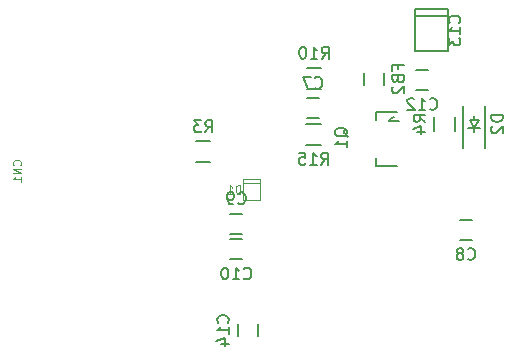
<source format=gbo>
G04 #@! TF.FileFunction,Legend,Bot*
%FSLAX46Y46*%
G04 Gerber Fmt 4.6, Leading zero omitted, Abs format (unit mm)*
G04 Created by KiCad (PCBNEW 4.0.2-4+6225~38~ubuntu14.04.1-stable) date Tue 19 Apr 2016 03:22:28 PM EDT*
%MOMM*%
G01*
G04 APERTURE LIST*
%ADD10C,0.100000*%
%ADD11C,0.150000*%
G04 APERTURE END LIST*
D10*
D11*
X31359000Y-23651000D02*
X32359000Y-23651000D01*
X32359000Y-25351000D02*
X31359000Y-25351000D01*
D10*
X27353040Y-30858620D02*
X25950960Y-30858620D01*
X27353040Y-30459840D02*
X27353040Y-32258160D01*
X27353040Y-32258160D02*
X25950960Y-32258160D01*
X25950960Y-32258160D02*
X25950960Y-30459840D01*
X25950960Y-30459840D02*
X27353040Y-30459840D01*
D11*
X31386000Y-22836000D02*
X32586000Y-22836000D01*
X32586000Y-21086000D02*
X31386000Y-21086000D01*
X32522500Y-25848500D02*
X31322500Y-25848500D01*
X31322500Y-27598500D02*
X32522500Y-27598500D01*
X45313000Y-35638000D02*
X44313000Y-35638000D01*
X44313000Y-33938000D02*
X45313000Y-33938000D01*
X24882000Y-33430000D02*
X25882000Y-33430000D01*
X25882000Y-35130000D02*
X24882000Y-35130000D01*
X25882000Y-37289000D02*
X24882000Y-37289000D01*
X24882000Y-35589000D02*
X25882000Y-35589000D01*
X41630000Y-22938000D02*
X40630000Y-22938000D01*
X40630000Y-21238000D02*
X41630000Y-21238000D01*
X37865200Y-21537200D02*
X37865200Y-22537200D01*
X36165200Y-22537200D02*
X36165200Y-21537200D01*
X43339800Y-16715900D02*
X40545800Y-16715900D01*
X43339800Y-16144400D02*
X43339800Y-19700400D01*
X43339800Y-19700400D02*
X40545800Y-19700400D01*
X40545800Y-19700400D02*
X40545800Y-16144400D01*
X40545800Y-16144400D02*
X43339800Y-16144400D01*
X21988000Y-29059000D02*
X23188000Y-29059000D01*
X23188000Y-27309000D02*
X21988000Y-27309000D01*
X25548000Y-43797000D02*
X25548000Y-42797000D01*
X27248000Y-42797000D02*
X27248000Y-43797000D01*
X45511500Y-25517000D02*
X45511500Y-25136000D01*
X45511500Y-26533000D02*
X45511500Y-26152000D01*
X45511500Y-26152000D02*
X45892500Y-25517000D01*
X45892500Y-25517000D02*
X45130500Y-25517000D01*
X45130500Y-25517000D02*
X45511500Y-26152000D01*
X46019500Y-26152000D02*
X45003500Y-26152000D01*
X44611500Y-27834500D02*
X44611500Y-24294500D01*
X46411500Y-27834500D02*
X46411500Y-24294500D01*
X38727160Y-25204580D02*
X38427440Y-25453500D01*
X38427440Y-25453500D02*
X38277580Y-25555100D01*
X38277580Y-25555100D02*
X39125940Y-25555100D01*
X37226020Y-24854060D02*
X39026880Y-24854060D01*
X37226020Y-24854060D02*
X37226020Y-25504300D01*
X37226020Y-29354940D02*
X39026880Y-29354940D01*
X37226020Y-29354940D02*
X37226020Y-28704700D01*
X43910000Y-26434500D02*
X43910000Y-25234500D01*
X42160000Y-25234500D02*
X42160000Y-26434500D01*
X32025666Y-22758143D02*
X32073285Y-22805762D01*
X32216142Y-22853381D01*
X32311380Y-22853381D01*
X32454238Y-22805762D01*
X32549476Y-22710524D01*
X32597095Y-22615286D01*
X32644714Y-22424810D01*
X32644714Y-22281952D01*
X32597095Y-22091476D01*
X32549476Y-21996238D01*
X32454238Y-21901000D01*
X32311380Y-21853381D01*
X32216142Y-21853381D01*
X32073285Y-21901000D01*
X32025666Y-21948619D01*
X31692333Y-21853381D02*
X31025666Y-21853381D01*
X31454238Y-22853381D01*
D10*
X7100000Y-29316667D02*
X7133333Y-29283333D01*
X7166667Y-29183333D01*
X7166667Y-29116667D01*
X7133333Y-29016667D01*
X7066667Y-28950000D01*
X7000000Y-28916667D01*
X6866667Y-28883333D01*
X6766667Y-28883333D01*
X6633333Y-28916667D01*
X6566667Y-28950000D01*
X6500000Y-29016667D01*
X6466667Y-29116667D01*
X6466667Y-29183333D01*
X6500000Y-29283333D01*
X6533333Y-29316667D01*
X7166667Y-29616667D02*
X6466667Y-29616667D01*
X7166667Y-30016667D01*
X6466667Y-30016667D01*
X7166667Y-30716666D02*
X7166667Y-30316666D01*
X7166667Y-30516666D02*
X6466667Y-30516666D01*
X6566667Y-30450000D01*
X6633333Y-30383333D01*
X6666667Y-30316666D01*
X25718666Y-31725667D02*
X25718666Y-31025667D01*
X25552000Y-31025667D01*
X25452000Y-31059000D01*
X25385333Y-31125667D01*
X25352000Y-31192333D01*
X25318666Y-31325667D01*
X25318666Y-31425667D01*
X25352000Y-31559000D01*
X25385333Y-31625667D01*
X25452000Y-31692333D01*
X25552000Y-31725667D01*
X25718666Y-31725667D01*
X24652000Y-31725667D02*
X25052000Y-31725667D01*
X24852000Y-31725667D02*
X24852000Y-31025667D01*
X24918666Y-31125667D01*
X24985333Y-31192333D01*
X25052000Y-31225667D01*
D11*
X32628857Y-20313381D02*
X32962191Y-19837190D01*
X33200286Y-20313381D02*
X33200286Y-19313381D01*
X32819333Y-19313381D01*
X32724095Y-19361000D01*
X32676476Y-19408619D01*
X32628857Y-19503857D01*
X32628857Y-19646714D01*
X32676476Y-19741952D01*
X32724095Y-19789571D01*
X32819333Y-19837190D01*
X33200286Y-19837190D01*
X31676476Y-20313381D02*
X32247905Y-20313381D01*
X31962191Y-20313381D02*
X31962191Y-19313381D01*
X32057429Y-19456238D01*
X32152667Y-19551476D01*
X32247905Y-19599095D01*
X31057429Y-19313381D02*
X30962190Y-19313381D01*
X30866952Y-19361000D01*
X30819333Y-19408619D01*
X30771714Y-19503857D01*
X30724095Y-19694333D01*
X30724095Y-19932429D01*
X30771714Y-20122905D01*
X30819333Y-20218143D01*
X30866952Y-20265762D01*
X30962190Y-20313381D01*
X31057429Y-20313381D01*
X31152667Y-20265762D01*
X31200286Y-20218143D01*
X31247905Y-20122905D01*
X31295524Y-19932429D01*
X31295524Y-19694333D01*
X31247905Y-19503857D01*
X31200286Y-19408619D01*
X31152667Y-19361000D01*
X31057429Y-19313381D01*
X32565357Y-29275881D02*
X32898691Y-28799690D01*
X33136786Y-29275881D02*
X33136786Y-28275881D01*
X32755833Y-28275881D01*
X32660595Y-28323500D01*
X32612976Y-28371119D01*
X32565357Y-28466357D01*
X32565357Y-28609214D01*
X32612976Y-28704452D01*
X32660595Y-28752071D01*
X32755833Y-28799690D01*
X33136786Y-28799690D01*
X31612976Y-29275881D02*
X32184405Y-29275881D01*
X31898691Y-29275881D02*
X31898691Y-28275881D01*
X31993929Y-28418738D01*
X32089167Y-28513976D01*
X32184405Y-28561595D01*
X30708214Y-28275881D02*
X31184405Y-28275881D01*
X31232024Y-28752071D01*
X31184405Y-28704452D01*
X31089167Y-28656833D01*
X30851071Y-28656833D01*
X30755833Y-28704452D01*
X30708214Y-28752071D01*
X30660595Y-28847310D01*
X30660595Y-29085405D01*
X30708214Y-29180643D01*
X30755833Y-29228262D01*
X30851071Y-29275881D01*
X31089167Y-29275881D01*
X31184405Y-29228262D01*
X31232024Y-29180643D01*
X44979666Y-37245143D02*
X45027285Y-37292762D01*
X45170142Y-37340381D01*
X45265380Y-37340381D01*
X45408238Y-37292762D01*
X45503476Y-37197524D01*
X45551095Y-37102286D01*
X45598714Y-36911810D01*
X45598714Y-36768952D01*
X45551095Y-36578476D01*
X45503476Y-36483238D01*
X45408238Y-36388000D01*
X45265380Y-36340381D01*
X45170142Y-36340381D01*
X45027285Y-36388000D01*
X44979666Y-36435619D01*
X44408238Y-36768952D02*
X44503476Y-36721333D01*
X44551095Y-36673714D01*
X44598714Y-36578476D01*
X44598714Y-36530857D01*
X44551095Y-36435619D01*
X44503476Y-36388000D01*
X44408238Y-36340381D01*
X44217761Y-36340381D01*
X44122523Y-36388000D01*
X44074904Y-36435619D01*
X44027285Y-36530857D01*
X44027285Y-36578476D01*
X44074904Y-36673714D01*
X44122523Y-36721333D01*
X44217761Y-36768952D01*
X44408238Y-36768952D01*
X44503476Y-36816571D01*
X44551095Y-36864190D01*
X44598714Y-36959429D01*
X44598714Y-37149905D01*
X44551095Y-37245143D01*
X44503476Y-37292762D01*
X44408238Y-37340381D01*
X44217761Y-37340381D01*
X44122523Y-37292762D01*
X44074904Y-37245143D01*
X44027285Y-37149905D01*
X44027285Y-36959429D01*
X44074904Y-36864190D01*
X44122523Y-36816571D01*
X44217761Y-36768952D01*
X25548666Y-32537143D02*
X25596285Y-32584762D01*
X25739142Y-32632381D01*
X25834380Y-32632381D01*
X25977238Y-32584762D01*
X26072476Y-32489524D01*
X26120095Y-32394286D01*
X26167714Y-32203810D01*
X26167714Y-32060952D01*
X26120095Y-31870476D01*
X26072476Y-31775238D01*
X25977238Y-31680000D01*
X25834380Y-31632381D01*
X25739142Y-31632381D01*
X25596285Y-31680000D01*
X25548666Y-31727619D01*
X25072476Y-32632381D02*
X24882000Y-32632381D01*
X24786761Y-32584762D01*
X24739142Y-32537143D01*
X24643904Y-32394286D01*
X24596285Y-32203810D01*
X24596285Y-31822857D01*
X24643904Y-31727619D01*
X24691523Y-31680000D01*
X24786761Y-31632381D01*
X24977238Y-31632381D01*
X25072476Y-31680000D01*
X25120095Y-31727619D01*
X25167714Y-31822857D01*
X25167714Y-32060952D01*
X25120095Y-32156190D01*
X25072476Y-32203810D01*
X24977238Y-32251429D01*
X24786761Y-32251429D01*
X24691523Y-32203810D01*
X24643904Y-32156190D01*
X24596285Y-32060952D01*
X26024857Y-38896143D02*
X26072476Y-38943762D01*
X26215333Y-38991381D01*
X26310571Y-38991381D01*
X26453429Y-38943762D01*
X26548667Y-38848524D01*
X26596286Y-38753286D01*
X26643905Y-38562810D01*
X26643905Y-38419952D01*
X26596286Y-38229476D01*
X26548667Y-38134238D01*
X26453429Y-38039000D01*
X26310571Y-37991381D01*
X26215333Y-37991381D01*
X26072476Y-38039000D01*
X26024857Y-38086619D01*
X25072476Y-38991381D02*
X25643905Y-38991381D01*
X25358191Y-38991381D02*
X25358191Y-37991381D01*
X25453429Y-38134238D01*
X25548667Y-38229476D01*
X25643905Y-38277095D01*
X24453429Y-37991381D02*
X24358190Y-37991381D01*
X24262952Y-38039000D01*
X24215333Y-38086619D01*
X24167714Y-38181857D01*
X24120095Y-38372333D01*
X24120095Y-38610429D01*
X24167714Y-38800905D01*
X24215333Y-38896143D01*
X24262952Y-38943762D01*
X24358190Y-38991381D01*
X24453429Y-38991381D01*
X24548667Y-38943762D01*
X24596286Y-38896143D01*
X24643905Y-38800905D01*
X24691524Y-38610429D01*
X24691524Y-38372333D01*
X24643905Y-38181857D01*
X24596286Y-38086619D01*
X24548667Y-38039000D01*
X24453429Y-37991381D01*
X41772857Y-24545143D02*
X41820476Y-24592762D01*
X41963333Y-24640381D01*
X42058571Y-24640381D01*
X42201429Y-24592762D01*
X42296667Y-24497524D01*
X42344286Y-24402286D01*
X42391905Y-24211810D01*
X42391905Y-24068952D01*
X42344286Y-23878476D01*
X42296667Y-23783238D01*
X42201429Y-23688000D01*
X42058571Y-23640381D01*
X41963333Y-23640381D01*
X41820476Y-23688000D01*
X41772857Y-23735619D01*
X40820476Y-24640381D02*
X41391905Y-24640381D01*
X41106191Y-24640381D02*
X41106191Y-23640381D01*
X41201429Y-23783238D01*
X41296667Y-23878476D01*
X41391905Y-23926095D01*
X40439524Y-23735619D02*
X40391905Y-23688000D01*
X40296667Y-23640381D01*
X40058571Y-23640381D01*
X39963333Y-23688000D01*
X39915714Y-23735619D01*
X39868095Y-23830857D01*
X39868095Y-23926095D01*
X39915714Y-24068952D01*
X40487143Y-24640381D01*
X39868095Y-24640381D01*
X39043771Y-21203867D02*
X39043771Y-20870533D01*
X39567581Y-20870533D02*
X38567581Y-20870533D01*
X38567581Y-21346724D01*
X39043771Y-22061010D02*
X39091390Y-22203867D01*
X39139010Y-22251486D01*
X39234248Y-22299105D01*
X39377105Y-22299105D01*
X39472343Y-22251486D01*
X39519962Y-22203867D01*
X39567581Y-22108629D01*
X39567581Y-21727676D01*
X38567581Y-21727676D01*
X38567581Y-22061010D01*
X38615200Y-22156248D01*
X38662819Y-22203867D01*
X38758057Y-22251486D01*
X38853295Y-22251486D01*
X38948533Y-22203867D01*
X38996152Y-22156248D01*
X39043771Y-22061010D01*
X39043771Y-21727676D01*
X38662819Y-22680057D02*
X38615200Y-22727676D01*
X38567581Y-22822914D01*
X38567581Y-23061010D01*
X38615200Y-23156248D01*
X38662819Y-23203867D01*
X38758057Y-23251486D01*
X38853295Y-23251486D01*
X38996152Y-23203867D01*
X39567581Y-22632438D01*
X39567581Y-23251486D01*
X44268443Y-17279543D02*
X44316062Y-17231924D01*
X44363681Y-17089067D01*
X44363681Y-16993829D01*
X44316062Y-16850971D01*
X44220824Y-16755733D01*
X44125586Y-16708114D01*
X43935110Y-16660495D01*
X43792252Y-16660495D01*
X43601776Y-16708114D01*
X43506538Y-16755733D01*
X43411300Y-16850971D01*
X43363681Y-16993829D01*
X43363681Y-17089067D01*
X43411300Y-17231924D01*
X43458919Y-17279543D01*
X44363681Y-18231924D02*
X44363681Y-17660495D01*
X44363681Y-17946209D02*
X43363681Y-17946209D01*
X43506538Y-17850971D01*
X43601776Y-17755733D01*
X43649395Y-17660495D01*
X43363681Y-18565257D02*
X43363681Y-19184305D01*
X43744633Y-18850971D01*
X43744633Y-18993829D01*
X43792252Y-19089067D01*
X43839871Y-19136686D01*
X43935110Y-19184305D01*
X44173205Y-19184305D01*
X44268443Y-19136686D01*
X44316062Y-19089067D01*
X44363681Y-18993829D01*
X44363681Y-18708114D01*
X44316062Y-18612876D01*
X44268443Y-18565257D01*
X22754666Y-26536381D02*
X23088000Y-26060190D01*
X23326095Y-26536381D02*
X23326095Y-25536381D01*
X22945142Y-25536381D01*
X22849904Y-25584000D01*
X22802285Y-25631619D01*
X22754666Y-25726857D01*
X22754666Y-25869714D01*
X22802285Y-25964952D01*
X22849904Y-26012571D01*
X22945142Y-26060190D01*
X23326095Y-26060190D01*
X22421333Y-25536381D02*
X21802285Y-25536381D01*
X22135619Y-25917333D01*
X21992761Y-25917333D01*
X21897523Y-25964952D01*
X21849904Y-26012571D01*
X21802285Y-26107810D01*
X21802285Y-26345905D01*
X21849904Y-26441143D01*
X21897523Y-26488762D01*
X21992761Y-26536381D01*
X22278476Y-26536381D01*
X22373714Y-26488762D01*
X22421333Y-26441143D01*
X24655143Y-42654143D02*
X24702762Y-42606524D01*
X24750381Y-42463667D01*
X24750381Y-42368429D01*
X24702762Y-42225571D01*
X24607524Y-42130333D01*
X24512286Y-42082714D01*
X24321810Y-42035095D01*
X24178952Y-42035095D01*
X23988476Y-42082714D01*
X23893238Y-42130333D01*
X23798000Y-42225571D01*
X23750381Y-42368429D01*
X23750381Y-42463667D01*
X23798000Y-42606524D01*
X23845619Y-42654143D01*
X24750381Y-43606524D02*
X24750381Y-43035095D01*
X24750381Y-43320809D02*
X23750381Y-43320809D01*
X23893238Y-43225571D01*
X23988476Y-43130333D01*
X24036095Y-43035095D01*
X24083714Y-44463667D02*
X24750381Y-44463667D01*
X23702762Y-44225571D02*
X24417048Y-43987476D01*
X24417048Y-44606524D01*
X47963881Y-25096405D02*
X46963881Y-25096405D01*
X46963881Y-25334500D01*
X47011500Y-25477358D01*
X47106738Y-25572596D01*
X47201976Y-25620215D01*
X47392452Y-25667834D01*
X47535310Y-25667834D01*
X47725786Y-25620215D01*
X47821024Y-25572596D01*
X47916262Y-25477358D01*
X47963881Y-25334500D01*
X47963881Y-25096405D01*
X47059119Y-26048786D02*
X47011500Y-26096405D01*
X46963881Y-26191643D01*
X46963881Y-26429739D01*
X47011500Y-26524977D01*
X47059119Y-26572596D01*
X47154357Y-26620215D01*
X47249595Y-26620215D01*
X47392452Y-26572596D01*
X47963881Y-26001167D01*
X47963881Y-26620215D01*
X34824699Y-26910202D02*
X34777080Y-26814964D01*
X34681842Y-26719726D01*
X34538985Y-26576869D01*
X34491366Y-26481630D01*
X34491366Y-26386392D01*
X34729461Y-26434011D02*
X34681842Y-26338773D01*
X34586604Y-26243535D01*
X34396128Y-26195916D01*
X34062794Y-26195916D01*
X33872318Y-26243535D01*
X33777080Y-26338773D01*
X33729461Y-26434011D01*
X33729461Y-26624488D01*
X33777080Y-26719726D01*
X33872318Y-26814964D01*
X34062794Y-26862583D01*
X34396128Y-26862583D01*
X34586604Y-26814964D01*
X34681842Y-26719726D01*
X34729461Y-26624488D01*
X34729461Y-26434011D01*
X34729461Y-27814964D02*
X34729461Y-27243535D01*
X34729461Y-27529249D02*
X33729461Y-27529249D01*
X33872318Y-27434011D01*
X33967556Y-27338773D01*
X34015175Y-27243535D01*
X41387381Y-25667834D02*
X40911190Y-25334500D01*
X41387381Y-25096405D02*
X40387381Y-25096405D01*
X40387381Y-25477358D01*
X40435000Y-25572596D01*
X40482619Y-25620215D01*
X40577857Y-25667834D01*
X40720714Y-25667834D01*
X40815952Y-25620215D01*
X40863571Y-25572596D01*
X40911190Y-25477358D01*
X40911190Y-25096405D01*
X40720714Y-26524977D02*
X41387381Y-26524977D01*
X40339762Y-26286881D02*
X41054048Y-26048786D01*
X41054048Y-26667834D01*
M02*

</source>
